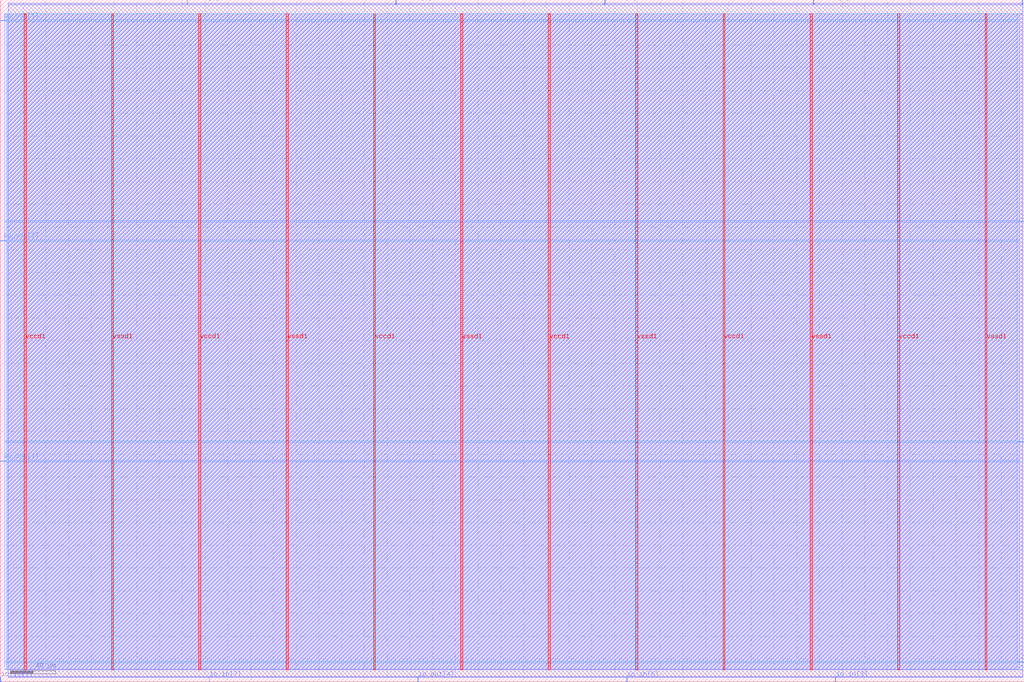
<source format=lef>
VERSION 5.7 ;
  NOWIREEXTENSIONATPIN ON ;
  DIVIDERCHAR "/" ;
  BUSBITCHARS "[]" ;
MACRO user_module_334445762078310996
  CLASS BLOCK ;
  FOREIGN user_module_334445762078310996 ;
  ORIGIN 0.000 0.000 ;
  SIZE 900.000 BY 600.000 ;
  PIN io_in[0]
    DIRECTION INPUT ;
    USE SIGNAL ;
    PORT
      LAYER met3 ;
        RECT 896.000 210.840 900.000 211.440 ;
    END
  END io_in[0]
  PIN io_in[1]
    DIRECTION INPUT ;
    USE SIGNAL ;
    PORT
      LAYER met2 ;
        RECT 164.310 596.000 164.590 600.000 ;
    END
  END io_in[1]
  PIN io_in[2]
    DIRECTION INPUT ;
    USE SIGNAL ;
    PORT
      LAYER met3 ;
        RECT 896.000 404.640 900.000 405.240 ;
    END
  END io_in[2]
  PIN io_in[3]
    DIRECTION INPUT ;
    USE SIGNAL ;
    PORT
      LAYER met2 ;
        RECT 734.250 0.000 734.530 4.000 ;
    END
  END io_in[3]
  PIN io_in[4]
    DIRECTION INPUT ;
    USE SIGNAL ;
    PORT
      LAYER met2 ;
        RECT 531.390 596.000 531.670 600.000 ;
    END
  END io_in[4]
  PIN io_in[5]
    DIRECTION INPUT ;
    USE SIGNAL ;
    PORT
      LAYER met2 ;
        RECT 0.090 0.000 0.370 4.000 ;
    END
  END io_in[5]
  PIN io_in[6]
    DIRECTION INPUT ;
    USE SIGNAL ;
    PORT
      LAYER met2 ;
        RECT 550.710 0.000 550.990 4.000 ;
    END
  END io_in[6]
  PIN io_in[7]
    DIRECTION INPUT ;
    USE SIGNAL ;
    PORT
      LAYER met2 ;
        RECT 183.630 0.000 183.910 4.000 ;
    END
  END io_in[7]
  PIN io_out[0]
    DIRECTION OUTPUT TRISTATE ;
    USE SIGNAL ;
    PORT
      LAYER met2 ;
        RECT 714.930 596.000 715.210 600.000 ;
    END
  END io_out[0]
  PIN io_out[1]
    DIRECTION OUTPUT TRISTATE ;
    USE SIGNAL ;
    PORT
      LAYER met3 ;
        RECT 0.000 193.840 4.000 194.440 ;
    END
  END io_out[1]
  PIN io_out[2]
    DIRECTION OUTPUT TRISTATE ;
    USE SIGNAL ;
    PORT
      LAYER met3 ;
        RECT 0.000 387.640 4.000 388.240 ;
    END
  END io_out[2]
  PIN io_out[3]
    DIRECTION OUTPUT TRISTATE ;
    USE SIGNAL ;
    PORT
      LAYER met2 ;
        RECT 898.470 596.000 898.750 600.000 ;
    END
  END io_out[3]
  PIN io_out[4]
    DIRECTION OUTPUT TRISTATE ;
    USE SIGNAL ;
    PORT
      LAYER met2 ;
        RECT 367.170 0.000 367.450 4.000 ;
    END
  END io_out[4]
  PIN io_out[5]
    DIRECTION OUTPUT TRISTATE ;
    USE SIGNAL ;
    PORT
      LAYER met3 ;
        RECT 0.000 581.440 4.000 582.040 ;
    END
  END io_out[5]
  PIN io_out[6]
    DIRECTION OUTPUT TRISTATE ;
    USE SIGNAL ;
    PORT
      LAYER met2 ;
        RECT 347.850 596.000 348.130 600.000 ;
    END
  END io_out[6]
  PIN io_out[7]
    DIRECTION OUTPUT TRISTATE ;
    USE SIGNAL ;
    PORT
      LAYER met3 ;
        RECT 896.000 17.040 900.000 17.640 ;
    END
  END io_out[7]
  PIN vccd1
    DIRECTION INOUT ;
    USE POWER ;
    PORT
      LAYER met4 ;
        RECT 21.040 10.640 22.640 587.760 ;
    END
    PORT
      LAYER met4 ;
        RECT 174.640 10.640 176.240 587.760 ;
    END
    PORT
      LAYER met4 ;
        RECT 328.240 10.640 329.840 587.760 ;
    END
    PORT
      LAYER met4 ;
        RECT 481.840 10.640 483.440 587.760 ;
    END
    PORT
      LAYER met4 ;
        RECT 635.440 10.640 637.040 587.760 ;
    END
    PORT
      LAYER met4 ;
        RECT 789.040 10.640 790.640 587.760 ;
    END
  END vccd1
  PIN vssd1
    DIRECTION INOUT ;
    USE GROUND ;
    PORT
      LAYER met4 ;
        RECT 97.840 10.640 99.440 587.760 ;
    END
    PORT
      LAYER met4 ;
        RECT 251.440 10.640 253.040 587.760 ;
    END
    PORT
      LAYER met4 ;
        RECT 405.040 10.640 406.640 587.760 ;
    END
    PORT
      LAYER met4 ;
        RECT 558.640 10.640 560.240 587.760 ;
    END
    PORT
      LAYER met4 ;
        RECT 712.240 10.640 713.840 587.760 ;
    END
    PORT
      LAYER met4 ;
        RECT 865.840 10.640 867.440 587.760 ;
    END
  END vssd1
  OBS
      LAYER li1 ;
        RECT 5.520 10.795 894.240 587.605 ;
      LAYER met1 ;
        RECT 5.520 10.640 898.770 587.760 ;
      LAYER met2 ;
        RECT 6.990 595.720 164.030 596.770 ;
        RECT 164.870 595.720 347.570 596.770 ;
        RECT 348.410 595.720 531.110 596.770 ;
        RECT 531.950 595.720 714.650 596.770 ;
        RECT 715.490 595.720 898.190 596.770 ;
        RECT 6.990 4.280 898.740 595.720 ;
        RECT 6.990 4.000 183.350 4.280 ;
        RECT 184.190 4.000 366.890 4.280 ;
        RECT 367.730 4.000 550.430 4.280 ;
        RECT 551.270 4.000 733.970 4.280 ;
        RECT 734.810 4.000 898.740 4.280 ;
      LAYER met3 ;
        RECT 4.000 582.440 896.000 587.685 ;
        RECT 4.400 581.040 896.000 582.440 ;
        RECT 4.000 405.640 896.000 581.040 ;
        RECT 4.000 404.240 895.600 405.640 ;
        RECT 4.000 388.640 896.000 404.240 ;
        RECT 4.400 387.240 896.000 388.640 ;
        RECT 4.000 211.840 896.000 387.240 ;
        RECT 4.000 210.440 895.600 211.840 ;
        RECT 4.000 194.840 896.000 210.440 ;
        RECT 4.400 193.440 896.000 194.840 ;
        RECT 4.000 18.040 896.000 193.440 ;
        RECT 4.000 16.640 895.600 18.040 ;
        RECT 4.000 10.715 896.000 16.640 ;
  END
END user_module_334445762078310996
END LIBRARY


</source>
